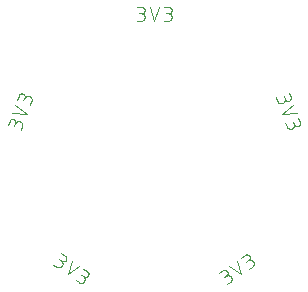
<source format=gbr>
G04 EAGLE Gerber RS-274X export*
G75*
%MOMM*%
%FSLAX34Y34*%
%LPD*%
%INSilkscreen Top*%
%IPPOS*%
%AMOC8*
5,1,8,0,0,1.08239X$1,22.5*%
G01*
%ADD10C,0.101600*%


D10*
X331524Y459658D02*
X334770Y459658D01*
X334883Y459660D01*
X334996Y459666D01*
X335109Y459676D01*
X335222Y459690D01*
X335334Y459707D01*
X335445Y459729D01*
X335555Y459754D01*
X335665Y459784D01*
X335773Y459817D01*
X335880Y459854D01*
X335986Y459894D01*
X336090Y459939D01*
X336193Y459987D01*
X336294Y460038D01*
X336393Y460093D01*
X336490Y460151D01*
X336585Y460213D01*
X336678Y460278D01*
X336768Y460346D01*
X336856Y460417D01*
X336942Y460492D01*
X337025Y460569D01*
X337105Y460649D01*
X337182Y460732D01*
X337257Y460818D01*
X337328Y460906D01*
X337396Y460996D01*
X337461Y461089D01*
X337523Y461184D01*
X337581Y461281D01*
X337636Y461380D01*
X337687Y461481D01*
X337735Y461584D01*
X337780Y461688D01*
X337820Y461794D01*
X337857Y461901D01*
X337890Y462009D01*
X337920Y462119D01*
X337945Y462229D01*
X337967Y462340D01*
X337984Y462452D01*
X337998Y462565D01*
X338008Y462678D01*
X338014Y462791D01*
X338016Y462904D01*
X338014Y463017D01*
X338008Y463130D01*
X337998Y463243D01*
X337984Y463356D01*
X337967Y463468D01*
X337945Y463579D01*
X337920Y463689D01*
X337890Y463799D01*
X337857Y463907D01*
X337820Y464014D01*
X337780Y464120D01*
X337735Y464224D01*
X337687Y464327D01*
X337636Y464428D01*
X337581Y464527D01*
X337523Y464624D01*
X337461Y464719D01*
X337396Y464812D01*
X337328Y464902D01*
X337257Y464990D01*
X337182Y465076D01*
X337105Y465159D01*
X337025Y465239D01*
X336942Y465316D01*
X336856Y465391D01*
X336768Y465462D01*
X336678Y465530D01*
X336585Y465595D01*
X336490Y465657D01*
X336393Y465715D01*
X336294Y465770D01*
X336193Y465821D01*
X336090Y465869D01*
X335986Y465914D01*
X335880Y465954D01*
X335773Y465991D01*
X335665Y466024D01*
X335555Y466054D01*
X335445Y466079D01*
X335334Y466101D01*
X335222Y466118D01*
X335109Y466132D01*
X334996Y466142D01*
X334883Y466148D01*
X334770Y466150D01*
X335419Y471342D02*
X331524Y471342D01*
X335419Y471342D02*
X335520Y471340D01*
X335620Y471334D01*
X335720Y471324D01*
X335820Y471311D01*
X335919Y471293D01*
X336018Y471272D01*
X336115Y471247D01*
X336212Y471218D01*
X336307Y471185D01*
X336401Y471149D01*
X336493Y471109D01*
X336584Y471066D01*
X336673Y471019D01*
X336760Y470969D01*
X336846Y470915D01*
X336929Y470858D01*
X337009Y470798D01*
X337088Y470735D01*
X337164Y470668D01*
X337237Y470599D01*
X337307Y470527D01*
X337375Y470453D01*
X337440Y470376D01*
X337501Y470296D01*
X337560Y470214D01*
X337615Y470130D01*
X337667Y470044D01*
X337716Y469956D01*
X337761Y469866D01*
X337803Y469774D01*
X337841Y469681D01*
X337875Y469586D01*
X337906Y469491D01*
X337933Y469394D01*
X337956Y469296D01*
X337976Y469197D01*
X337991Y469097D01*
X338003Y468997D01*
X338011Y468897D01*
X338015Y468796D01*
X338015Y468696D01*
X338011Y468595D01*
X338003Y468495D01*
X337991Y468395D01*
X337976Y468295D01*
X337956Y468196D01*
X337933Y468098D01*
X337906Y468001D01*
X337875Y467906D01*
X337841Y467811D01*
X337803Y467718D01*
X337761Y467626D01*
X337716Y467536D01*
X337667Y467448D01*
X337615Y467362D01*
X337560Y467278D01*
X337501Y467196D01*
X337440Y467116D01*
X337375Y467039D01*
X337307Y466965D01*
X337237Y466893D01*
X337164Y466824D01*
X337088Y466757D01*
X337009Y466694D01*
X336929Y466634D01*
X336846Y466577D01*
X336760Y466523D01*
X336673Y466473D01*
X336584Y466426D01*
X336493Y466383D01*
X336401Y466343D01*
X336307Y466307D01*
X336212Y466274D01*
X336115Y466245D01*
X336018Y466220D01*
X335919Y466199D01*
X335820Y466181D01*
X335720Y466168D01*
X335620Y466158D01*
X335520Y466152D01*
X335419Y466150D01*
X335419Y466149D02*
X332823Y466149D01*
X342305Y471342D02*
X346200Y459658D01*
X350095Y471342D01*
X354384Y459658D02*
X357630Y459658D01*
X357743Y459660D01*
X357856Y459666D01*
X357969Y459676D01*
X358082Y459690D01*
X358194Y459707D01*
X358305Y459729D01*
X358415Y459754D01*
X358525Y459784D01*
X358633Y459817D01*
X358740Y459854D01*
X358846Y459894D01*
X358950Y459939D01*
X359053Y459987D01*
X359154Y460038D01*
X359253Y460093D01*
X359350Y460151D01*
X359445Y460213D01*
X359538Y460278D01*
X359628Y460346D01*
X359716Y460417D01*
X359802Y460492D01*
X359885Y460569D01*
X359965Y460649D01*
X360042Y460732D01*
X360117Y460818D01*
X360188Y460906D01*
X360256Y460996D01*
X360321Y461089D01*
X360383Y461184D01*
X360441Y461281D01*
X360496Y461380D01*
X360547Y461481D01*
X360595Y461584D01*
X360640Y461688D01*
X360680Y461794D01*
X360717Y461901D01*
X360750Y462009D01*
X360780Y462119D01*
X360805Y462229D01*
X360827Y462340D01*
X360844Y462452D01*
X360858Y462565D01*
X360868Y462678D01*
X360874Y462791D01*
X360876Y462904D01*
X360874Y463017D01*
X360868Y463130D01*
X360858Y463243D01*
X360844Y463356D01*
X360827Y463468D01*
X360805Y463579D01*
X360780Y463689D01*
X360750Y463799D01*
X360717Y463907D01*
X360680Y464014D01*
X360640Y464120D01*
X360595Y464224D01*
X360547Y464327D01*
X360496Y464428D01*
X360441Y464527D01*
X360383Y464624D01*
X360321Y464719D01*
X360256Y464812D01*
X360188Y464902D01*
X360117Y464990D01*
X360042Y465076D01*
X359965Y465159D01*
X359885Y465239D01*
X359802Y465316D01*
X359716Y465391D01*
X359628Y465462D01*
X359538Y465530D01*
X359445Y465595D01*
X359350Y465657D01*
X359253Y465715D01*
X359154Y465770D01*
X359053Y465821D01*
X358950Y465869D01*
X358846Y465914D01*
X358740Y465954D01*
X358633Y465991D01*
X358525Y466024D01*
X358415Y466054D01*
X358305Y466079D01*
X358194Y466101D01*
X358082Y466118D01*
X357969Y466132D01*
X357856Y466142D01*
X357743Y466148D01*
X357630Y466150D01*
X358279Y471342D02*
X354384Y471342D01*
X358279Y471342D02*
X358380Y471340D01*
X358480Y471334D01*
X358580Y471324D01*
X358680Y471311D01*
X358779Y471293D01*
X358878Y471272D01*
X358975Y471247D01*
X359072Y471218D01*
X359167Y471185D01*
X359261Y471149D01*
X359353Y471109D01*
X359444Y471066D01*
X359533Y471019D01*
X359620Y470969D01*
X359706Y470915D01*
X359789Y470858D01*
X359869Y470798D01*
X359948Y470735D01*
X360024Y470668D01*
X360097Y470599D01*
X360167Y470527D01*
X360235Y470453D01*
X360300Y470376D01*
X360361Y470296D01*
X360420Y470214D01*
X360475Y470130D01*
X360527Y470044D01*
X360576Y469956D01*
X360621Y469866D01*
X360663Y469774D01*
X360701Y469681D01*
X360735Y469586D01*
X360766Y469491D01*
X360793Y469394D01*
X360816Y469296D01*
X360836Y469197D01*
X360851Y469097D01*
X360863Y468997D01*
X360871Y468897D01*
X360875Y468796D01*
X360875Y468696D01*
X360871Y468595D01*
X360863Y468495D01*
X360851Y468395D01*
X360836Y468295D01*
X360816Y468196D01*
X360793Y468098D01*
X360766Y468001D01*
X360735Y467906D01*
X360701Y467811D01*
X360663Y467718D01*
X360621Y467626D01*
X360576Y467536D01*
X360527Y467448D01*
X360475Y467362D01*
X360420Y467278D01*
X360361Y467196D01*
X360300Y467116D01*
X360235Y467039D01*
X360167Y466965D01*
X360097Y466893D01*
X360024Y466824D01*
X359948Y466757D01*
X359869Y466694D01*
X359789Y466634D01*
X359706Y466577D01*
X359620Y466523D01*
X359533Y466473D01*
X359444Y466426D01*
X359353Y466383D01*
X359261Y466343D01*
X359167Y466307D01*
X359072Y466274D01*
X358975Y466245D01*
X358878Y466220D01*
X358779Y466199D01*
X358680Y466181D01*
X358580Y466168D01*
X358480Y466158D01*
X358380Y466152D01*
X358279Y466150D01*
X358279Y466149D02*
X355683Y466149D01*
X449191Y394892D02*
X450301Y391843D01*
X450341Y391737D01*
X450386Y391633D01*
X450434Y391530D01*
X450485Y391429D01*
X450540Y391330D01*
X450598Y391233D01*
X450660Y391138D01*
X450725Y391045D01*
X450793Y390955D01*
X450864Y390867D01*
X450939Y390781D01*
X451016Y390698D01*
X451096Y390618D01*
X451179Y390541D01*
X451265Y390466D01*
X451353Y390395D01*
X451443Y390327D01*
X451536Y390262D01*
X451631Y390200D01*
X451728Y390142D01*
X451827Y390087D01*
X451928Y390036D01*
X452031Y389988D01*
X452135Y389943D01*
X452241Y389903D01*
X452348Y389866D01*
X452456Y389833D01*
X452566Y389803D01*
X452676Y389778D01*
X452787Y389756D01*
X452899Y389739D01*
X453012Y389725D01*
X453125Y389715D01*
X453238Y389709D01*
X453351Y389707D01*
X453464Y389709D01*
X453577Y389715D01*
X453690Y389725D01*
X453803Y389739D01*
X453915Y389756D01*
X454026Y389778D01*
X454136Y389803D01*
X454246Y389833D01*
X454354Y389866D01*
X454461Y389903D01*
X454567Y389943D01*
X454671Y389988D01*
X454774Y390036D01*
X454875Y390087D01*
X454974Y390142D01*
X455071Y390200D01*
X455166Y390262D01*
X455259Y390327D01*
X455349Y390395D01*
X455437Y390466D01*
X455523Y390541D01*
X455606Y390618D01*
X455686Y390698D01*
X455763Y390781D01*
X455838Y390867D01*
X455909Y390955D01*
X455977Y391045D01*
X456042Y391138D01*
X456104Y391233D01*
X456162Y391330D01*
X456217Y391429D01*
X456268Y391530D01*
X456316Y391633D01*
X456361Y391737D01*
X456401Y391843D01*
X456438Y391950D01*
X456471Y392058D01*
X456501Y392168D01*
X456526Y392278D01*
X456548Y392389D01*
X456565Y392501D01*
X456579Y392614D01*
X456589Y392727D01*
X456595Y392840D01*
X456597Y392953D01*
X456595Y393066D01*
X456589Y393179D01*
X456579Y393292D01*
X456565Y393405D01*
X456548Y393517D01*
X456526Y393628D01*
X456501Y393738D01*
X456471Y393848D01*
X456438Y393956D01*
X456401Y394063D01*
X461502Y395229D02*
X460170Y398889D01*
X461501Y395229D02*
X461534Y395134D01*
X461563Y395037D01*
X461588Y394940D01*
X461609Y394841D01*
X461627Y394742D01*
X461640Y394642D01*
X461650Y394542D01*
X461656Y394442D01*
X461658Y394341D01*
X461656Y394240D01*
X461650Y394140D01*
X461640Y394040D01*
X461627Y393940D01*
X461609Y393841D01*
X461588Y393742D01*
X461563Y393645D01*
X461534Y393548D01*
X461501Y393453D01*
X461465Y393359D01*
X461425Y393267D01*
X461382Y393176D01*
X461335Y393087D01*
X461285Y393000D01*
X461231Y392914D01*
X461174Y392831D01*
X461114Y392751D01*
X461051Y392672D01*
X460984Y392596D01*
X460915Y392523D01*
X460843Y392453D01*
X460769Y392385D01*
X460692Y392320D01*
X460612Y392259D01*
X460530Y392200D01*
X460446Y392145D01*
X460360Y392093D01*
X460272Y392044D01*
X460182Y391999D01*
X460090Y391957D01*
X459997Y391919D01*
X459902Y391885D01*
X459807Y391854D01*
X459710Y391827D01*
X459612Y391804D01*
X459513Y391784D01*
X459413Y391769D01*
X459313Y391757D01*
X459213Y391749D01*
X459112Y391745D01*
X459012Y391745D01*
X458911Y391749D01*
X458811Y391757D01*
X458711Y391769D01*
X458611Y391784D01*
X458512Y391804D01*
X458414Y391827D01*
X458317Y391854D01*
X458222Y391885D01*
X458127Y391919D01*
X458034Y391957D01*
X457942Y391999D01*
X457852Y392044D01*
X457764Y392093D01*
X457678Y392145D01*
X457594Y392200D01*
X457512Y392259D01*
X457432Y392320D01*
X457355Y392385D01*
X457281Y392453D01*
X457209Y392523D01*
X457140Y392596D01*
X457073Y392672D01*
X457010Y392751D01*
X456950Y392831D01*
X456893Y392914D01*
X456839Y393000D01*
X456789Y393087D01*
X456742Y393176D01*
X456699Y393267D01*
X456659Y393359D01*
X456623Y393453D01*
X455735Y395893D01*
X463858Y388758D02*
X454210Y381102D01*
X466522Y381438D01*
X457009Y373411D02*
X458120Y370361D01*
X458119Y370361D02*
X458159Y370255D01*
X458204Y370151D01*
X458252Y370048D01*
X458303Y369947D01*
X458358Y369848D01*
X458416Y369751D01*
X458478Y369656D01*
X458543Y369563D01*
X458611Y369473D01*
X458682Y369385D01*
X458757Y369299D01*
X458834Y369216D01*
X458914Y369136D01*
X458997Y369059D01*
X459083Y368984D01*
X459171Y368913D01*
X459261Y368845D01*
X459354Y368780D01*
X459449Y368718D01*
X459546Y368660D01*
X459645Y368605D01*
X459746Y368554D01*
X459849Y368506D01*
X459953Y368461D01*
X460059Y368421D01*
X460166Y368384D01*
X460274Y368351D01*
X460384Y368321D01*
X460494Y368296D01*
X460605Y368274D01*
X460717Y368257D01*
X460830Y368243D01*
X460943Y368233D01*
X461056Y368227D01*
X461169Y368225D01*
X461282Y368227D01*
X461395Y368233D01*
X461508Y368243D01*
X461621Y368257D01*
X461733Y368274D01*
X461844Y368296D01*
X461954Y368321D01*
X462064Y368351D01*
X462172Y368384D01*
X462279Y368421D01*
X462385Y368461D01*
X462489Y368506D01*
X462592Y368554D01*
X462693Y368605D01*
X462792Y368660D01*
X462889Y368718D01*
X462984Y368780D01*
X463077Y368845D01*
X463167Y368913D01*
X463255Y368984D01*
X463341Y369059D01*
X463424Y369136D01*
X463504Y369216D01*
X463581Y369299D01*
X463656Y369385D01*
X463727Y369473D01*
X463795Y369563D01*
X463860Y369656D01*
X463922Y369751D01*
X463980Y369848D01*
X464035Y369947D01*
X464086Y370048D01*
X464134Y370151D01*
X464179Y370255D01*
X464219Y370361D01*
X464256Y370468D01*
X464289Y370576D01*
X464319Y370686D01*
X464344Y370796D01*
X464366Y370907D01*
X464383Y371019D01*
X464397Y371132D01*
X464407Y371245D01*
X464413Y371358D01*
X464415Y371471D01*
X464413Y371584D01*
X464407Y371697D01*
X464397Y371810D01*
X464383Y371923D01*
X464366Y372035D01*
X464344Y372146D01*
X464319Y372256D01*
X464289Y372366D01*
X464256Y372474D01*
X464219Y372581D01*
X469321Y373747D02*
X467989Y377407D01*
X469320Y373747D02*
X469353Y373652D01*
X469382Y373555D01*
X469407Y373458D01*
X469428Y373359D01*
X469446Y373260D01*
X469459Y373160D01*
X469469Y373060D01*
X469475Y372960D01*
X469477Y372859D01*
X469475Y372758D01*
X469469Y372658D01*
X469459Y372558D01*
X469446Y372458D01*
X469428Y372359D01*
X469407Y372260D01*
X469382Y372163D01*
X469353Y372066D01*
X469320Y371971D01*
X469284Y371877D01*
X469244Y371785D01*
X469201Y371694D01*
X469154Y371605D01*
X469104Y371518D01*
X469050Y371432D01*
X468993Y371349D01*
X468933Y371269D01*
X468870Y371190D01*
X468803Y371114D01*
X468734Y371041D01*
X468662Y370971D01*
X468588Y370903D01*
X468511Y370838D01*
X468431Y370777D01*
X468349Y370718D01*
X468265Y370663D01*
X468179Y370611D01*
X468091Y370562D01*
X468001Y370517D01*
X467909Y370475D01*
X467816Y370437D01*
X467721Y370403D01*
X467626Y370372D01*
X467529Y370345D01*
X467431Y370322D01*
X467332Y370302D01*
X467232Y370287D01*
X467132Y370275D01*
X467032Y370267D01*
X466931Y370263D01*
X466831Y370263D01*
X466730Y370267D01*
X466630Y370275D01*
X466530Y370287D01*
X466430Y370302D01*
X466331Y370322D01*
X466233Y370345D01*
X466136Y370372D01*
X466041Y370403D01*
X465946Y370437D01*
X465853Y370475D01*
X465761Y370517D01*
X465671Y370562D01*
X465583Y370611D01*
X465497Y370663D01*
X465413Y370718D01*
X465331Y370777D01*
X465251Y370838D01*
X465174Y370903D01*
X465100Y370971D01*
X465028Y371041D01*
X464959Y371114D01*
X464892Y371190D01*
X464829Y371269D01*
X464769Y371349D01*
X464712Y371432D01*
X464658Y371518D01*
X464608Y371605D01*
X464561Y371694D01*
X464518Y371785D01*
X464478Y371877D01*
X464442Y371971D01*
X464441Y371971D02*
X463553Y374411D01*
X410288Y238359D02*
X407629Y236497D01*
X410288Y238358D02*
X410379Y238425D01*
X410469Y238494D01*
X410556Y238567D01*
X410640Y238643D01*
X410721Y238722D01*
X410800Y238803D01*
X410876Y238887D01*
X410949Y238974D01*
X411018Y239064D01*
X411085Y239155D01*
X411148Y239249D01*
X411208Y239345D01*
X411265Y239443D01*
X411318Y239543D01*
X411368Y239645D01*
X411414Y239749D01*
X411456Y239854D01*
X411495Y239960D01*
X411530Y240068D01*
X411561Y240177D01*
X411589Y240287D01*
X411612Y240398D01*
X411632Y240509D01*
X411648Y240621D01*
X411660Y240734D01*
X411668Y240847D01*
X411672Y240960D01*
X411672Y241074D01*
X411668Y241187D01*
X411660Y241300D01*
X411648Y241413D01*
X411632Y241525D01*
X411612Y241636D01*
X411589Y241747D01*
X411561Y241857D01*
X411530Y241966D01*
X411495Y242074D01*
X411456Y242180D01*
X411414Y242285D01*
X411368Y242389D01*
X411318Y242491D01*
X411265Y242591D01*
X411208Y242689D01*
X411148Y242785D01*
X411085Y242879D01*
X411018Y242970D01*
X410949Y243060D01*
X410876Y243147D01*
X410800Y243231D01*
X410721Y243312D01*
X410640Y243391D01*
X410556Y243467D01*
X410469Y243540D01*
X410380Y243609D01*
X410288Y243676D01*
X410194Y243739D01*
X410098Y243799D01*
X410000Y243856D01*
X409900Y243909D01*
X409798Y243959D01*
X409694Y244005D01*
X409589Y244047D01*
X409483Y244086D01*
X409375Y244121D01*
X409266Y244152D01*
X409156Y244180D01*
X409045Y244203D01*
X408934Y244223D01*
X408822Y244239D01*
X408709Y244251D01*
X408596Y244259D01*
X408483Y244263D01*
X408369Y244263D01*
X408256Y244259D01*
X408143Y244251D01*
X408030Y244239D01*
X407918Y244223D01*
X407807Y244203D01*
X407696Y244180D01*
X407586Y244152D01*
X407477Y244121D01*
X407369Y244086D01*
X407263Y244047D01*
X407158Y244005D01*
X407054Y243959D01*
X406952Y243909D01*
X406852Y243856D01*
X406754Y243799D01*
X406658Y243739D01*
X406564Y243676D01*
X404118Y248302D02*
X400928Y246068D01*
X404118Y248302D02*
X404202Y248358D01*
X404287Y248411D01*
X404375Y248460D01*
X404464Y248506D01*
X404556Y248549D01*
X404649Y248588D01*
X404743Y248623D01*
X404838Y248655D01*
X404935Y248683D01*
X405033Y248707D01*
X405131Y248727D01*
X405231Y248744D01*
X405331Y248756D01*
X405431Y248765D01*
X405532Y248770D01*
X405632Y248771D01*
X405733Y248768D01*
X405833Y248761D01*
X405933Y248750D01*
X406033Y248736D01*
X406132Y248717D01*
X406230Y248695D01*
X406327Y248669D01*
X406424Y248639D01*
X406519Y248606D01*
X406612Y248569D01*
X406704Y248528D01*
X406795Y248483D01*
X406883Y248436D01*
X406970Y248384D01*
X407054Y248330D01*
X407137Y248272D01*
X407217Y248211D01*
X407295Y248147D01*
X407370Y248080D01*
X407443Y248011D01*
X407512Y247938D01*
X407579Y247863D01*
X407643Y247785D01*
X407704Y247705D01*
X407762Y247622D01*
X407816Y247538D01*
X407868Y247451D01*
X407915Y247363D01*
X407960Y247272D01*
X408001Y247180D01*
X408038Y247086D01*
X408071Y246992D01*
X408101Y246895D01*
X408127Y246798D01*
X408149Y246700D01*
X408168Y246601D01*
X408182Y246501D01*
X408193Y246401D01*
X408200Y246301D01*
X408203Y246200D01*
X408202Y246100D01*
X408197Y245999D01*
X408188Y245899D01*
X408176Y245799D01*
X408159Y245699D01*
X408139Y245601D01*
X408115Y245503D01*
X408087Y245406D01*
X408055Y245311D01*
X408020Y245217D01*
X407981Y245124D01*
X407938Y245032D01*
X407892Y244943D01*
X407843Y244855D01*
X407790Y244770D01*
X407734Y244686D01*
X407674Y244605D01*
X407612Y244526D01*
X407546Y244449D01*
X407478Y244375D01*
X407407Y244304D01*
X407333Y244236D01*
X407256Y244170D01*
X407177Y244108D01*
X407096Y244048D01*
X404970Y242559D01*
X409759Y252252D02*
X419651Y244914D01*
X416139Y256719D01*
X426355Y249609D02*
X429014Y251470D01*
X429105Y251537D01*
X429195Y251606D01*
X429282Y251679D01*
X429366Y251755D01*
X429447Y251834D01*
X429526Y251915D01*
X429602Y251999D01*
X429675Y252086D01*
X429744Y252176D01*
X429811Y252267D01*
X429874Y252361D01*
X429934Y252457D01*
X429991Y252555D01*
X430044Y252655D01*
X430094Y252757D01*
X430140Y252861D01*
X430182Y252966D01*
X430221Y253072D01*
X430256Y253180D01*
X430287Y253289D01*
X430315Y253399D01*
X430338Y253510D01*
X430358Y253621D01*
X430374Y253733D01*
X430386Y253846D01*
X430394Y253959D01*
X430398Y254072D01*
X430398Y254186D01*
X430394Y254299D01*
X430386Y254412D01*
X430374Y254525D01*
X430358Y254637D01*
X430338Y254748D01*
X430315Y254859D01*
X430287Y254969D01*
X430256Y255078D01*
X430221Y255186D01*
X430182Y255292D01*
X430140Y255397D01*
X430094Y255501D01*
X430044Y255603D01*
X429991Y255703D01*
X429934Y255801D01*
X429874Y255897D01*
X429811Y255991D01*
X429744Y256082D01*
X429675Y256172D01*
X429602Y256259D01*
X429526Y256343D01*
X429447Y256424D01*
X429366Y256503D01*
X429282Y256579D01*
X429195Y256652D01*
X429106Y256721D01*
X429014Y256788D01*
X428920Y256851D01*
X428824Y256911D01*
X428726Y256968D01*
X428626Y257021D01*
X428524Y257071D01*
X428420Y257117D01*
X428315Y257159D01*
X428209Y257198D01*
X428101Y257233D01*
X427992Y257264D01*
X427882Y257292D01*
X427771Y257315D01*
X427660Y257335D01*
X427548Y257351D01*
X427435Y257363D01*
X427322Y257371D01*
X427209Y257375D01*
X427095Y257375D01*
X426982Y257371D01*
X426869Y257363D01*
X426756Y257351D01*
X426644Y257335D01*
X426533Y257315D01*
X426422Y257292D01*
X426312Y257264D01*
X426203Y257233D01*
X426095Y257198D01*
X425989Y257159D01*
X425884Y257117D01*
X425780Y257071D01*
X425678Y257021D01*
X425578Y256968D01*
X425480Y256911D01*
X425384Y256851D01*
X425290Y256788D01*
X422844Y261414D02*
X419653Y259180D01*
X422844Y261414D02*
X422928Y261470D01*
X423013Y261523D01*
X423101Y261572D01*
X423190Y261618D01*
X423282Y261661D01*
X423375Y261700D01*
X423469Y261735D01*
X423564Y261767D01*
X423661Y261795D01*
X423759Y261819D01*
X423857Y261839D01*
X423957Y261856D01*
X424057Y261868D01*
X424157Y261877D01*
X424258Y261882D01*
X424358Y261883D01*
X424459Y261880D01*
X424559Y261873D01*
X424659Y261862D01*
X424759Y261848D01*
X424858Y261829D01*
X424956Y261807D01*
X425053Y261781D01*
X425150Y261751D01*
X425245Y261718D01*
X425338Y261681D01*
X425430Y261640D01*
X425521Y261595D01*
X425609Y261548D01*
X425696Y261496D01*
X425780Y261442D01*
X425863Y261384D01*
X425943Y261323D01*
X426021Y261259D01*
X426096Y261192D01*
X426169Y261123D01*
X426238Y261050D01*
X426305Y260975D01*
X426369Y260897D01*
X426430Y260817D01*
X426488Y260734D01*
X426542Y260650D01*
X426594Y260563D01*
X426641Y260475D01*
X426686Y260384D01*
X426727Y260292D01*
X426764Y260198D01*
X426797Y260104D01*
X426827Y260007D01*
X426853Y259910D01*
X426875Y259812D01*
X426894Y259713D01*
X426908Y259613D01*
X426919Y259513D01*
X426926Y259413D01*
X426929Y259312D01*
X426928Y259212D01*
X426923Y259111D01*
X426914Y259011D01*
X426902Y258911D01*
X426885Y258811D01*
X426865Y258713D01*
X426841Y258615D01*
X426813Y258518D01*
X426781Y258423D01*
X426746Y258329D01*
X426707Y258236D01*
X426664Y258144D01*
X426618Y258055D01*
X426569Y257967D01*
X426516Y257882D01*
X426460Y257798D01*
X426400Y257717D01*
X426338Y257638D01*
X426272Y257561D01*
X426204Y257487D01*
X426133Y257416D01*
X426059Y257348D01*
X425982Y257282D01*
X425903Y257220D01*
X425822Y257160D01*
X423695Y255671D01*
X263386Y251470D02*
X260728Y253332D01*
X263386Y251470D02*
X263480Y251407D01*
X263576Y251347D01*
X263674Y251290D01*
X263774Y251237D01*
X263876Y251187D01*
X263980Y251141D01*
X264085Y251099D01*
X264191Y251060D01*
X264299Y251025D01*
X264408Y250994D01*
X264518Y250966D01*
X264629Y250943D01*
X264740Y250923D01*
X264852Y250907D01*
X264965Y250895D01*
X265078Y250887D01*
X265191Y250883D01*
X265305Y250883D01*
X265418Y250887D01*
X265531Y250895D01*
X265644Y250907D01*
X265756Y250923D01*
X265867Y250943D01*
X265978Y250966D01*
X266088Y250994D01*
X266197Y251025D01*
X266305Y251060D01*
X266411Y251099D01*
X266516Y251141D01*
X266620Y251187D01*
X266722Y251237D01*
X266822Y251290D01*
X266920Y251347D01*
X267016Y251407D01*
X267110Y251470D01*
X267201Y251537D01*
X267291Y251606D01*
X267378Y251679D01*
X267462Y251755D01*
X267543Y251834D01*
X267622Y251915D01*
X267698Y251999D01*
X267771Y252086D01*
X267840Y252176D01*
X267907Y252267D01*
X267970Y252361D01*
X268030Y252457D01*
X268087Y252555D01*
X268140Y252655D01*
X268190Y252757D01*
X268236Y252861D01*
X268278Y252966D01*
X268317Y253072D01*
X268352Y253180D01*
X268383Y253289D01*
X268411Y253399D01*
X268434Y253510D01*
X268454Y253621D01*
X268470Y253733D01*
X268482Y253846D01*
X268490Y253959D01*
X268494Y254072D01*
X268494Y254186D01*
X268490Y254299D01*
X268482Y254412D01*
X268470Y254525D01*
X268454Y254637D01*
X268434Y254748D01*
X268411Y254859D01*
X268383Y254969D01*
X268352Y255078D01*
X268317Y255186D01*
X268278Y255292D01*
X268236Y255397D01*
X268190Y255501D01*
X268140Y255603D01*
X268087Y255703D01*
X268030Y255801D01*
X267970Y255897D01*
X267907Y255991D01*
X267840Y256082D01*
X267771Y256172D01*
X267698Y256259D01*
X267622Y256343D01*
X267543Y256424D01*
X267462Y256503D01*
X267378Y256579D01*
X267291Y256652D01*
X267202Y256721D01*
X267110Y256788D01*
X270620Y260669D02*
X267429Y262903D01*
X270619Y260669D02*
X270700Y260609D01*
X270779Y260547D01*
X270856Y260481D01*
X270930Y260413D01*
X271001Y260342D01*
X271069Y260268D01*
X271135Y260191D01*
X271197Y260112D01*
X271257Y260031D01*
X271313Y259947D01*
X271366Y259862D01*
X271415Y259774D01*
X271461Y259685D01*
X271504Y259593D01*
X271543Y259500D01*
X271578Y259406D01*
X271610Y259311D01*
X271638Y259214D01*
X271662Y259116D01*
X271682Y259018D01*
X271699Y258918D01*
X271711Y258818D01*
X271720Y258718D01*
X271725Y258618D01*
X271726Y258517D01*
X271723Y258416D01*
X271716Y258316D01*
X271705Y258216D01*
X271691Y258116D01*
X271672Y258017D01*
X271650Y257919D01*
X271624Y257822D01*
X271594Y257725D01*
X271561Y257631D01*
X271524Y257537D01*
X271483Y257445D01*
X271438Y257354D01*
X271391Y257266D01*
X271339Y257179D01*
X271285Y257095D01*
X271227Y257012D01*
X271166Y256932D01*
X271102Y256854D01*
X271035Y256779D01*
X270966Y256706D01*
X270893Y256637D01*
X270818Y256570D01*
X270740Y256506D01*
X270660Y256445D01*
X270577Y256387D01*
X270493Y256333D01*
X270406Y256281D01*
X270318Y256234D01*
X270227Y256189D01*
X270135Y256148D01*
X270041Y256111D01*
X269947Y256078D01*
X269850Y256048D01*
X269753Y256022D01*
X269655Y256000D01*
X269556Y255981D01*
X269456Y255967D01*
X269356Y255956D01*
X269256Y255949D01*
X269155Y255946D01*
X269054Y255947D01*
X268954Y255952D01*
X268854Y255961D01*
X268754Y255973D01*
X268654Y255990D01*
X268556Y256010D01*
X268458Y256034D01*
X268361Y256062D01*
X268266Y256094D01*
X268172Y256129D01*
X268079Y256168D01*
X267987Y256211D01*
X267898Y256257D01*
X267810Y256306D01*
X267725Y256359D01*
X267641Y256415D01*
X265514Y257905D01*
X276260Y256719D02*
X272749Y244914D01*
X282641Y252252D01*
X279453Y240220D02*
X282112Y238358D01*
X282206Y238295D01*
X282302Y238235D01*
X282400Y238178D01*
X282500Y238125D01*
X282602Y238075D01*
X282706Y238029D01*
X282811Y237987D01*
X282917Y237948D01*
X283025Y237913D01*
X283134Y237882D01*
X283244Y237854D01*
X283355Y237831D01*
X283466Y237811D01*
X283578Y237795D01*
X283691Y237783D01*
X283804Y237775D01*
X283917Y237771D01*
X284031Y237771D01*
X284144Y237775D01*
X284257Y237783D01*
X284370Y237795D01*
X284482Y237811D01*
X284593Y237831D01*
X284704Y237854D01*
X284814Y237882D01*
X284923Y237913D01*
X285031Y237948D01*
X285137Y237987D01*
X285242Y238029D01*
X285346Y238075D01*
X285448Y238125D01*
X285548Y238178D01*
X285646Y238235D01*
X285742Y238295D01*
X285836Y238358D01*
X285927Y238425D01*
X286017Y238494D01*
X286104Y238567D01*
X286188Y238643D01*
X286269Y238722D01*
X286348Y238803D01*
X286424Y238887D01*
X286497Y238974D01*
X286566Y239064D01*
X286633Y239155D01*
X286696Y239249D01*
X286756Y239345D01*
X286813Y239443D01*
X286866Y239543D01*
X286916Y239645D01*
X286962Y239749D01*
X287004Y239854D01*
X287043Y239960D01*
X287078Y240068D01*
X287109Y240177D01*
X287137Y240287D01*
X287160Y240398D01*
X287180Y240509D01*
X287196Y240621D01*
X287208Y240734D01*
X287216Y240847D01*
X287220Y240960D01*
X287220Y241074D01*
X287216Y241187D01*
X287208Y241300D01*
X287196Y241413D01*
X287180Y241525D01*
X287160Y241636D01*
X287137Y241747D01*
X287109Y241857D01*
X287078Y241966D01*
X287043Y242074D01*
X287004Y242180D01*
X286962Y242285D01*
X286916Y242389D01*
X286866Y242491D01*
X286813Y242591D01*
X286756Y242689D01*
X286696Y242785D01*
X286633Y242879D01*
X286566Y242970D01*
X286497Y243060D01*
X286424Y243147D01*
X286348Y243231D01*
X286269Y243312D01*
X286188Y243391D01*
X286104Y243467D01*
X286017Y243540D01*
X285928Y243609D01*
X285836Y243676D01*
X289345Y247557D02*
X286155Y249791D01*
X289345Y247557D02*
X289426Y247497D01*
X289505Y247435D01*
X289582Y247369D01*
X289656Y247301D01*
X289727Y247230D01*
X289795Y247156D01*
X289861Y247079D01*
X289923Y247000D01*
X289983Y246919D01*
X290039Y246835D01*
X290092Y246750D01*
X290141Y246662D01*
X290187Y246573D01*
X290230Y246481D01*
X290269Y246388D01*
X290304Y246294D01*
X290336Y246199D01*
X290364Y246102D01*
X290388Y246004D01*
X290408Y245906D01*
X290425Y245806D01*
X290437Y245706D01*
X290446Y245606D01*
X290451Y245506D01*
X290452Y245405D01*
X290449Y245304D01*
X290442Y245204D01*
X290431Y245104D01*
X290417Y245004D01*
X290398Y244905D01*
X290376Y244807D01*
X290350Y244710D01*
X290320Y244613D01*
X290287Y244519D01*
X290250Y244425D01*
X290209Y244333D01*
X290164Y244242D01*
X290117Y244154D01*
X290065Y244067D01*
X290011Y243983D01*
X289953Y243900D01*
X289892Y243820D01*
X289828Y243742D01*
X289761Y243667D01*
X289692Y243594D01*
X289619Y243525D01*
X289544Y243458D01*
X289466Y243394D01*
X289386Y243333D01*
X289303Y243275D01*
X289219Y243221D01*
X289132Y243169D01*
X289044Y243122D01*
X288953Y243077D01*
X288861Y243036D01*
X288767Y242999D01*
X288673Y242966D01*
X288576Y242936D01*
X288479Y242910D01*
X288381Y242888D01*
X288282Y242869D01*
X288182Y242855D01*
X288082Y242844D01*
X287982Y242837D01*
X287881Y242834D01*
X287780Y242835D01*
X287680Y242840D01*
X287580Y242849D01*
X287480Y242861D01*
X287380Y242878D01*
X287282Y242898D01*
X287184Y242922D01*
X287087Y242950D01*
X286992Y242982D01*
X286898Y243017D01*
X286805Y243056D01*
X286713Y243099D01*
X286624Y243145D01*
X286536Y243194D01*
X286451Y243247D01*
X286367Y243303D01*
X284240Y244793D01*
X233170Y367311D02*
X234280Y370361D01*
X234281Y370361D02*
X234318Y370468D01*
X234351Y370576D01*
X234381Y370686D01*
X234406Y370796D01*
X234428Y370907D01*
X234445Y371019D01*
X234459Y371132D01*
X234469Y371245D01*
X234475Y371358D01*
X234477Y371471D01*
X234475Y371584D01*
X234469Y371697D01*
X234459Y371810D01*
X234445Y371923D01*
X234428Y372035D01*
X234406Y372146D01*
X234381Y372256D01*
X234351Y372366D01*
X234318Y372474D01*
X234281Y372581D01*
X234241Y372687D01*
X234196Y372791D01*
X234148Y372894D01*
X234097Y372995D01*
X234042Y373094D01*
X233984Y373191D01*
X233922Y373286D01*
X233857Y373379D01*
X233789Y373469D01*
X233718Y373557D01*
X233643Y373643D01*
X233566Y373726D01*
X233486Y373806D01*
X233403Y373883D01*
X233317Y373958D01*
X233229Y374029D01*
X233139Y374097D01*
X233046Y374162D01*
X232951Y374224D01*
X232854Y374282D01*
X232755Y374337D01*
X232654Y374388D01*
X232551Y374436D01*
X232447Y374481D01*
X232341Y374521D01*
X232234Y374558D01*
X232126Y374591D01*
X232016Y374621D01*
X231906Y374646D01*
X231795Y374668D01*
X231683Y374685D01*
X231570Y374699D01*
X231457Y374709D01*
X231344Y374715D01*
X231231Y374717D01*
X231118Y374715D01*
X231005Y374709D01*
X230892Y374699D01*
X230779Y374685D01*
X230667Y374668D01*
X230556Y374646D01*
X230446Y374621D01*
X230336Y374591D01*
X230228Y374558D01*
X230121Y374521D01*
X230015Y374481D01*
X229911Y374436D01*
X229808Y374388D01*
X229707Y374337D01*
X229608Y374282D01*
X229511Y374224D01*
X229416Y374162D01*
X229323Y374097D01*
X229233Y374029D01*
X229145Y373958D01*
X229059Y373883D01*
X228976Y373806D01*
X228896Y373726D01*
X228819Y373643D01*
X228744Y373557D01*
X228673Y373469D01*
X228605Y373379D01*
X228540Y373286D01*
X228478Y373191D01*
X228420Y373094D01*
X228365Y372995D01*
X228314Y372894D01*
X228266Y372791D01*
X228221Y372687D01*
X228181Y372581D01*
X223523Y374967D02*
X222191Y371308D01*
X223524Y374967D02*
X223560Y375061D01*
X223600Y375153D01*
X223643Y375244D01*
X223690Y375333D01*
X223740Y375420D01*
X223794Y375506D01*
X223851Y375589D01*
X223911Y375669D01*
X223974Y375748D01*
X224041Y375824D01*
X224110Y375897D01*
X224182Y375967D01*
X224256Y376035D01*
X224333Y376100D01*
X224413Y376161D01*
X224495Y376220D01*
X224579Y376275D01*
X224665Y376327D01*
X224753Y376376D01*
X224843Y376421D01*
X224935Y376463D01*
X225028Y376501D01*
X225123Y376535D01*
X225218Y376566D01*
X225315Y376593D01*
X225413Y376616D01*
X225512Y376636D01*
X225612Y376651D01*
X225712Y376663D01*
X225812Y376671D01*
X225913Y376675D01*
X226013Y376675D01*
X226114Y376671D01*
X226214Y376663D01*
X226314Y376651D01*
X226414Y376636D01*
X226513Y376616D01*
X226611Y376593D01*
X226708Y376566D01*
X226803Y376535D01*
X226898Y376501D01*
X226991Y376463D01*
X227083Y376421D01*
X227173Y376376D01*
X227261Y376327D01*
X227347Y376275D01*
X227431Y376220D01*
X227513Y376161D01*
X227593Y376100D01*
X227670Y376035D01*
X227744Y375967D01*
X227816Y375897D01*
X227885Y375824D01*
X227952Y375748D01*
X228015Y375669D01*
X228075Y375589D01*
X228132Y375506D01*
X228186Y375420D01*
X228236Y375333D01*
X228283Y375244D01*
X228326Y375153D01*
X228366Y375061D01*
X228402Y374967D01*
X228435Y374872D01*
X228464Y374775D01*
X228489Y374678D01*
X228510Y374579D01*
X228528Y374480D01*
X228541Y374380D01*
X228551Y374280D01*
X228557Y374180D01*
X228559Y374079D01*
X228557Y373978D01*
X228551Y373878D01*
X228541Y373778D01*
X228528Y373678D01*
X228510Y373579D01*
X228489Y373480D01*
X228464Y373383D01*
X228435Y373286D01*
X228402Y373191D01*
X228403Y373191D02*
X227515Y370751D01*
X225878Y381438D02*
X238190Y381102D01*
X228542Y388758D01*
X240989Y388793D02*
X242099Y391842D01*
X242099Y391843D02*
X242136Y391950D01*
X242169Y392058D01*
X242199Y392168D01*
X242224Y392278D01*
X242246Y392389D01*
X242263Y392501D01*
X242277Y392614D01*
X242287Y392727D01*
X242293Y392840D01*
X242295Y392953D01*
X242293Y393066D01*
X242287Y393179D01*
X242277Y393292D01*
X242263Y393405D01*
X242246Y393517D01*
X242224Y393628D01*
X242199Y393738D01*
X242169Y393848D01*
X242136Y393956D01*
X242099Y394063D01*
X242059Y394169D01*
X242014Y394273D01*
X241966Y394376D01*
X241915Y394477D01*
X241860Y394576D01*
X241802Y394673D01*
X241740Y394768D01*
X241675Y394861D01*
X241607Y394951D01*
X241536Y395039D01*
X241461Y395125D01*
X241384Y395208D01*
X241304Y395288D01*
X241221Y395365D01*
X241135Y395440D01*
X241047Y395511D01*
X240957Y395579D01*
X240864Y395644D01*
X240769Y395706D01*
X240672Y395764D01*
X240573Y395819D01*
X240472Y395870D01*
X240369Y395918D01*
X240265Y395963D01*
X240159Y396003D01*
X240052Y396040D01*
X239944Y396073D01*
X239834Y396103D01*
X239724Y396128D01*
X239613Y396150D01*
X239501Y396167D01*
X239388Y396181D01*
X239275Y396191D01*
X239162Y396197D01*
X239049Y396199D01*
X238936Y396197D01*
X238823Y396191D01*
X238710Y396181D01*
X238597Y396167D01*
X238485Y396150D01*
X238374Y396128D01*
X238264Y396103D01*
X238154Y396073D01*
X238046Y396040D01*
X237939Y396003D01*
X237833Y395963D01*
X237729Y395918D01*
X237626Y395870D01*
X237525Y395819D01*
X237426Y395764D01*
X237329Y395706D01*
X237234Y395644D01*
X237141Y395579D01*
X237051Y395511D01*
X236963Y395440D01*
X236877Y395365D01*
X236794Y395288D01*
X236714Y395208D01*
X236637Y395125D01*
X236562Y395039D01*
X236491Y394951D01*
X236423Y394861D01*
X236358Y394768D01*
X236296Y394673D01*
X236238Y394576D01*
X236183Y394477D01*
X236132Y394376D01*
X236084Y394273D01*
X236039Y394169D01*
X235999Y394063D01*
X231342Y396449D02*
X230009Y392789D01*
X231342Y396449D02*
X231378Y396543D01*
X231418Y396635D01*
X231461Y396726D01*
X231508Y396815D01*
X231558Y396902D01*
X231612Y396988D01*
X231669Y397071D01*
X231729Y397151D01*
X231792Y397230D01*
X231859Y397306D01*
X231928Y397379D01*
X232000Y397449D01*
X232074Y397517D01*
X232151Y397582D01*
X232231Y397643D01*
X232313Y397702D01*
X232397Y397757D01*
X232483Y397809D01*
X232571Y397858D01*
X232661Y397903D01*
X232753Y397945D01*
X232846Y397983D01*
X232941Y398017D01*
X233036Y398048D01*
X233133Y398075D01*
X233231Y398098D01*
X233330Y398118D01*
X233430Y398133D01*
X233530Y398145D01*
X233630Y398153D01*
X233731Y398157D01*
X233831Y398157D01*
X233932Y398153D01*
X234032Y398145D01*
X234132Y398133D01*
X234232Y398118D01*
X234331Y398098D01*
X234429Y398075D01*
X234526Y398048D01*
X234621Y398017D01*
X234716Y397983D01*
X234809Y397945D01*
X234901Y397903D01*
X234991Y397858D01*
X235079Y397809D01*
X235165Y397757D01*
X235249Y397702D01*
X235331Y397643D01*
X235411Y397582D01*
X235488Y397517D01*
X235562Y397449D01*
X235634Y397379D01*
X235703Y397306D01*
X235770Y397230D01*
X235833Y397151D01*
X235893Y397071D01*
X235950Y396988D01*
X236004Y396902D01*
X236054Y396815D01*
X236101Y396726D01*
X236144Y396635D01*
X236184Y396543D01*
X236220Y396449D01*
X236253Y396354D01*
X236282Y396257D01*
X236307Y396160D01*
X236328Y396061D01*
X236346Y395962D01*
X236359Y395862D01*
X236369Y395762D01*
X236375Y395662D01*
X236377Y395561D01*
X236375Y395460D01*
X236369Y395360D01*
X236359Y395260D01*
X236346Y395160D01*
X236328Y395061D01*
X236307Y394962D01*
X236282Y394865D01*
X236253Y394768D01*
X236220Y394673D01*
X236221Y394673D02*
X235333Y392233D01*
M02*

</source>
